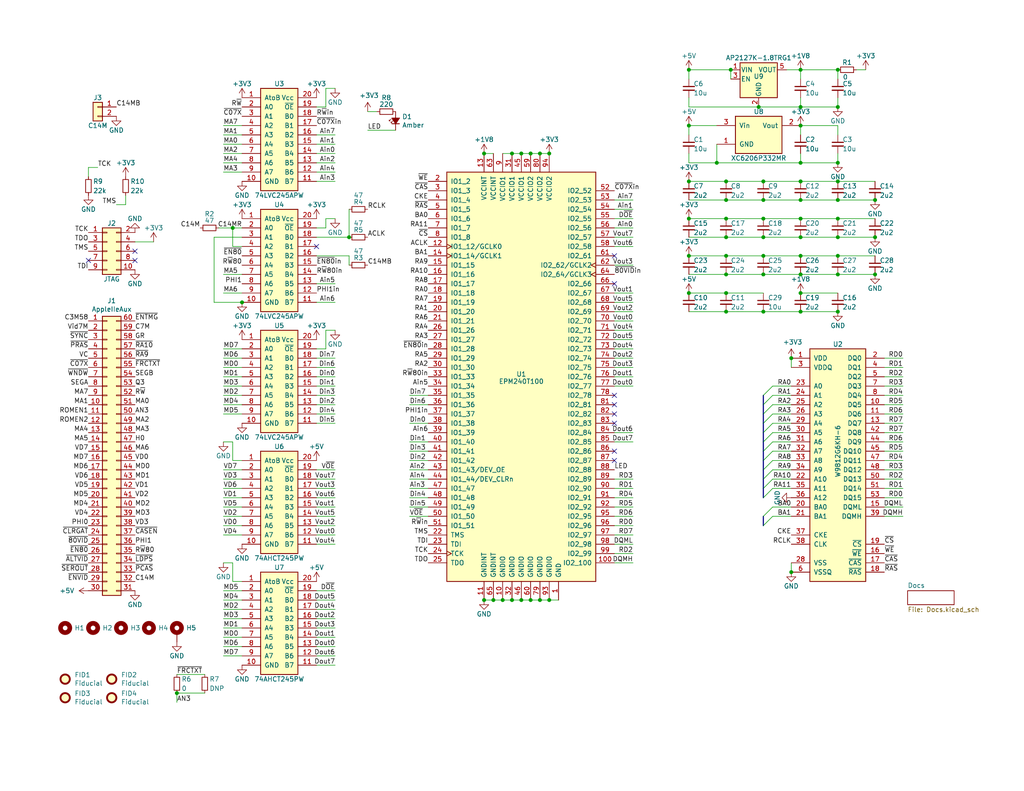
<source format=kicad_sch>
(kicad_sch (version 20230121) (generator eeschema)
  (paper "USLetter")
  (title_block (title "GW4203B (RAM2E II) - EPM240 / 5M240Z / AG256") (date "2023-10-21") (rev "2.1") (company "Garrett's Workshop"))
  (junction (at 228.6 54.61))
  (junction (at 208.28 59.69))
  (junction (at 208.28 85.09))
  (junction (at 198.12 80.01))
  (junction (at 95.25 64.77))
  (junction (at 218.44 19.05))
  (junction (at 187.96 49.53))
  (junction (at 228.6 64.77))
  (junction (at 218.44 85.09))
  (junction (at 198.12 74.93))
  (junction (at 218.44 80.01))
  (junction (at 208.28 69.85))
  (junction (at 208.28 64.77))
  (junction (at 228.6 74.93))
  (junction (at 238.76 64.77))
  (junction (at 198.12 69.85))
  (junction (at 198.12 49.53))
  (junction (at 198.12 54.61))
  (junction (at 147.32 163.83))
  (junction (at 215.9 97.79))
  (junction (at 142.24 163.83))
  (junction (at 199.39 19.05))
  (junction (at 139.7 163.83))
  (junction (at 218.44 29.21))
  (junction (at 147.32 41.91))
  (junction (at 218.44 44.45))
  (junction (at 208.28 74.93))
  (junction (at 187.96 80.01))
  (junction (at 218.44 49.53))
  (junction (at 207.01 29.21))
  (junction (at 149.86 41.91))
  (junction (at 198.12 85.09))
  (junction (at 187.96 59.69))
  (junction (at 139.7 41.91))
  (junction (at 142.24 41.91))
  (junction (at 48.26 189.23))
  (junction (at 228.6 44.45))
  (junction (at 238.76 74.93))
  (junction (at 215.9 156.21))
  (junction (at 132.08 163.83))
  (junction (at 134.62 163.83))
  (junction (at 198.12 64.77))
  (junction (at 137.16 163.83))
  (junction (at 195.58 44.45))
  (junction (at 218.44 59.69))
  (junction (at 208.28 49.53))
  (junction (at 228.6 59.69))
  (junction (at 228.6 85.09))
  (junction (at 187.96 69.85))
  (junction (at 218.44 54.61))
  (junction (at 144.78 163.83))
  (junction (at 149.86 163.83))
  (junction (at 66.04 82.55))
  (junction (at 144.78 41.91))
  (junction (at 218.44 74.93))
  (junction (at 218.44 34.29))
  (junction (at 63.5 62.23))
  (junction (at 132.08 41.91))
  (junction (at 187.96 19.05))
  (junction (at 208.28 54.61))
  (junction (at 228.6 69.85))
  (junction (at 198.12 59.69))
  (junction (at 218.44 64.77))
  (junction (at 228.6 19.05))
  (junction (at 228.6 49.53))
  (junction (at 228.6 29.21))
  (junction (at 238.76 54.61))
  (junction (at 187.96 34.29))
  (junction (at 218.44 69.85))
  (no_connect (at 86.36 67.31))
  (no_connect (at 167.64 123.19))
  (no_connect (at 167.64 69.85))
  (no_connect (at 167.64 77.47))
  (no_connect (at 24.13 71.12))
  (no_connect (at 167.64 115.57))
  (no_connect (at 36.83 71.12))
  (no_connect (at 167.64 107.95))
  (no_connect (at 167.64 110.49))
  (no_connect (at 167.64 125.73))
  (no_connect (at 36.83 68.58))
  (no_connect (at 167.64 113.03))
  (bus_entry (at 210.82 128.27) (size -2.54 2.54))
  (bus_entry (at 210.82 110.49) (size -2.54 2.54))
  (bus_entry (at 210.82 133.35) (size -2.54 2.54))
  (bus_entry (at 210.82 130.81) (size -2.54 2.54))
  (bus_entry (at 210.82 107.95) (size -2.54 2.54))
  (bus_entry (at 210.82 120.65) (size -2.54 2.54))
  (bus_entry (at 210.82 138.43) (size -2.54 2.54))
  (bus_entry (at 210.82 125.73) (size -2.54 2.54))
  (bus_entry (at 210.82 105.41) (size -2.54 2.54))
  (bus_entry (at 210.82 113.03) (size -2.54 2.54))
  (bus_entry (at 210.82 118.11) (size -2.54 2.54))
  (bus_entry (at 210.82 140.97) (size -2.54 2.54))
  (bus_entry (at 210.82 123.19) (size -2.54 2.54))
  (bus_entry (at 210.82 115.57) (size -2.54 2.54))
  (wire (pts (xy 91.44 44.45) (xy 86.36 44.45)))
  (wire (pts (xy 111.76 115.57) (xy 116.84 115.57)))
  (wire (pts (xy 91.44 36.83) (xy 86.36 36.83)))
  (wire (pts (xy 198.12 59.69) (xy 208.28 59.69)))
  (wire (pts (xy 60.96 140.97) (xy 66.04 140.97)))
  (wire (pts (xy 167.64 151.13) (xy 172.72 151.13)))
  (wire (pts (xy 187.96 49.53) (xy 198.12 49.53)))
  (wire (pts (xy 198.12 74.93) (xy 208.28 74.93)))
  (wire (pts (xy 172.72 135.89) (xy 167.64 135.89)))
  (wire (pts (xy 91.44 168.91) (xy 86.36 168.91)))
  (wire (pts (xy 95.25 57.15) (xy 95.25 64.77)))
  (wire (pts (xy 60.96 171.45) (xy 66.04 171.45)))
  (wire (pts (xy 172.72 82.55) (xy 167.64 82.55)))
  (wire (pts (xy 91.44 102.87) (xy 86.36 102.87)))
  (wire (pts (xy 66.04 158.75) (xy 63.5 158.75)))
  (wire (pts (xy 91.44 163.83) (xy 86.36 163.83)))
  (wire (pts (xy 88.9 59.69) (xy 88.9 62.23)))
  (wire (pts (xy 167.64 143.51) (xy 172.72 143.51)))
  (wire (pts (xy 187.96 29.21) (xy 207.01 29.21)))
  (wire (pts (xy 60.96 166.37) (xy 66.04 166.37)))
  (wire (pts (xy 60.96 176.53) (xy 66.04 176.53)))
  (wire (pts (xy 215.9 115.57) (xy 210.82 115.57)))
  (wire (pts (xy 246.38 118.11) (xy 241.3 118.11)))
  (wire (pts (xy 215.9 130.81) (xy 210.82 130.81)))
  (bus (pts (xy 208.28 128.27) (xy 208.28 130.81)))
  (wire (pts (xy 172.72 105.41) (xy 167.64 105.41)))
  (wire (pts (xy 91.44 97.79) (xy 86.36 97.79)))
  (wire (pts (xy 91.44 166.37) (xy 86.36 166.37)))
  (wire (pts (xy 187.96 74.93) (xy 198.12 74.93)))
  (wire (pts (xy 91.44 110.49) (xy 86.36 110.49)))
  (wire (pts (xy 60.96 107.95) (xy 66.04 107.95)))
  (wire (pts (xy 172.72 133.35) (xy 167.64 133.35)))
  (wire (pts (xy 228.6 85.09) (xy 218.44 85.09)))
  (wire (pts (xy 63.5 125.73) (xy 63.5 120.65)))
  (wire (pts (xy 187.96 44.45) (xy 195.58 44.45)))
  (wire (pts (xy 58.42 64.77) (xy 58.42 82.55)))
  (wire (pts (xy 218.44 29.21) (xy 218.44 26.67)))
  (wire (pts (xy 58.42 82.55) (xy 66.04 82.55)))
  (wire (pts (xy 24.13 48.26) (xy 24.13 45.72)))
  (wire (pts (xy 149.86 163.83) (xy 152.4 163.83)))
  (wire (pts (xy 218.44 74.93) (xy 228.6 74.93)))
  (wire (pts (xy 60.96 179.07) (xy 66.04 179.07)))
  (wire (pts (xy 215.9 107.95) (xy 210.82 107.95)))
  (wire (pts (xy 91.44 148.59) (xy 86.36 148.59)))
  (wire (pts (xy 246.38 128.27) (xy 241.3 128.27)))
  (wire (pts (xy 215.9 140.97) (xy 210.82 140.97)))
  (wire (pts (xy 111.76 128.27) (xy 116.84 128.27)))
  (wire (pts (xy 91.44 39.37) (xy 86.36 39.37)))
  (wire (pts (xy 86.36 161.29) (xy 91.44 161.29)))
  (wire (pts (xy 91.44 176.53) (xy 86.36 176.53)))
  (wire (pts (xy 172.72 90.17) (xy 167.64 90.17)))
  (wire (pts (xy 63.5 120.65) (xy 60.96 120.65)))
  (wire (pts (xy 144.78 163.83) (xy 142.24 163.83)))
  (wire (pts (xy 149.86 163.83) (xy 147.32 163.83)))
  (wire (pts (xy 116.84 140.97) (xy 111.76 140.97)))
  (wire (pts (xy 215.9 123.19) (xy 210.82 123.19)))
  (wire (pts (xy 60.96 168.91) (xy 66.04 168.91)))
  (wire (pts (xy 91.44 46.99) (xy 86.36 46.99)))
  (wire (pts (xy 228.6 49.53) (xy 238.76 49.53)))
  (wire (pts (xy 111.76 138.43) (xy 116.84 138.43)))
  (wire (pts (xy 208.28 49.53) (xy 218.44 49.53)))
  (wire (pts (xy 198.12 49.53) (xy 208.28 49.53)))
  (wire (pts (xy 100.33 30.48) (xy 102.87 30.48)))
  (wire (pts (xy 246.38 133.35) (xy 241.3 133.35)))
  (wire (pts (xy 228.6 74.93) (xy 238.76 74.93)))
  (wire (pts (xy 91.44 146.05) (xy 86.36 146.05)))
  (wire (pts (xy 55.88 189.23) (xy 48.26 189.23)))
  (wire (pts (xy 60.96 46.99) (xy 66.04 46.99)))
  (wire (pts (xy 88.9 59.69) (xy 91.44 59.69)))
  (wire (pts (xy 48.26 184.15) (xy 55.88 184.15)))
  (wire (pts (xy 86.36 69.85) (xy 95.25 69.85)))
  (wire (pts (xy 215.9 138.43) (xy 210.82 138.43)))
  (wire (pts (xy 91.44 138.43) (xy 86.36 138.43)))
  (wire (pts (xy 86.36 29.21) (xy 88.9 29.21)))
  (wire (pts (xy 60.96 44.45) (xy 66.04 44.45)))
  (bus (pts (xy 208.28 125.73) (xy 208.28 128.27)))
  (wire (pts (xy 60.96 135.89) (xy 66.04 135.89)))
  (wire (pts (xy 246.38 123.19) (xy 241.3 123.19)))
  (wire (pts (xy 60.96 130.81) (xy 66.04 130.81)))
  (wire (pts (xy 60.96 74.93) (xy 66.04 74.93)))
  (wire (pts (xy 63.5 62.23) (xy 63.5 67.31)))
  (wire (pts (xy 59.69 62.23) (xy 63.5 62.23)))
  (wire (pts (xy 60.96 105.41) (xy 66.04 105.41)))
  (wire (pts (xy 111.76 135.89) (xy 116.84 135.89)))
  (wire (pts (xy 91.44 133.35) (xy 86.36 133.35)))
  (wire (pts (xy 246.38 105.41) (xy 241.3 105.41)))
  (wire (pts (xy 215.9 156.21) (xy 215.9 153.67)))
  (wire (pts (xy 172.72 130.81) (xy 167.64 130.81)))
  (wire (pts (xy 147.32 41.91) (xy 144.78 41.91)))
  (wire (pts (xy 228.6 44.45) (xy 228.6 41.91)))
  (bus (pts (xy 208.28 133.35) (xy 208.28 135.89)))
  (wire (pts (xy 63.5 153.67) (xy 60.96 153.67)))
  (wire (pts (xy 246.38 107.95) (xy 241.3 107.95)))
  (wire (pts (xy 218.44 21.59) (xy 218.44 19.05)))
  (wire (pts (xy 187.96 29.21) (xy 187.96 26.67)))
  (wire (pts (xy 215.9 113.03) (xy 210.82 113.03)))
  (wire (pts (xy 246.38 102.87) (xy 241.3 102.87)))
  (wire (pts (xy 60.96 173.99) (xy 66.04 173.99)))
  (wire (pts (xy 132.08 41.91) (xy 134.62 41.91)))
  (wire (pts (xy 218.44 69.85) (xy 228.6 69.85)))
  (wire (pts (xy 91.44 135.89) (xy 86.36 135.89)))
  (wire (pts (xy 144.78 41.91) (xy 142.24 41.91)))
  (wire (pts (xy 195.58 44.45) (xy 195.58 39.37)))
  (wire (pts (xy 63.5 67.31) (xy 66.04 67.31)))
  (wire (pts (xy 228.6 34.29) (xy 218.44 34.29)))
  (bus (pts (xy 208.28 130.81) (xy 208.28 133.35)))
  (wire (pts (xy 187.96 19.05) (xy 187.96 21.59)))
  (bus (pts (xy 208.28 107.95) (xy 208.28 110.49)))
  (wire (pts (xy 172.72 120.65) (xy 167.64 120.65)))
  (wire (pts (xy 172.72 97.79) (xy 167.64 97.79)))
  (wire (pts (xy 86.36 128.27) (xy 91.44 128.27)))
  (wire (pts (xy 60.96 138.43) (xy 66.04 138.43)))
  (wire (pts (xy 111.76 123.19) (xy 116.84 123.19)))
  (wire (pts (xy 172.72 95.25) (xy 167.64 95.25)))
  (wire (pts (xy 172.72 85.09) (xy 167.64 85.09)))
  (wire (pts (xy 139.7 163.83) (xy 137.16 163.83)))
  (wire (pts (xy 187.96 34.29) (xy 195.58 34.29)))
  (bus (pts (xy 208.28 115.57) (xy 208.28 118.11)))
  (wire (pts (xy 111.76 130.81) (xy 116.84 130.81)))
  (wire (pts (xy 246.38 135.89) (xy 241.3 135.89)))
  (wire (pts (xy 91.44 173.99) (xy 86.36 173.99)))
  (wire (pts (xy 218.44 29.21) (xy 228.6 29.21)))
  (wire (pts (xy 147.32 163.83) (xy 144.78 163.83)))
  (wire (pts (xy 60.96 80.01) (xy 66.04 80.01)))
  (wire (pts (xy 215.9 128.27) (xy 210.82 128.27)))
  (wire (pts (xy 215.9 100.33) (xy 215.9 97.79)))
  (wire (pts (xy 228.6 36.83) (xy 228.6 34.29)))
  (wire (pts (xy 187.96 80.01) (xy 198.12 80.01)))
  (wire (pts (xy 228.6 64.77) (xy 238.76 64.77)))
  (wire (pts (xy 210.82 133.35) (xy 215.9 133.35)))
  (wire (pts (xy 91.44 179.07) (xy 86.36 179.07)))
  (wire (pts (xy 187.96 54.61) (xy 198.12 54.61)))
  (wire (pts (xy 88.9 90.17) (xy 91.44 90.17)))
  (wire (pts (xy 111.76 110.49) (xy 116.84 110.49)))
  (wire (pts (xy 246.38 100.33) (xy 241.3 100.33)))
  (wire (pts (xy 187.96 44.45) (xy 187.96 41.91)))
  (wire (pts (xy 111.76 107.95) (xy 116.84 107.95)))
  (wire (pts (xy 91.44 82.55) (xy 86.36 82.55)))
  (wire (pts (xy 48.26 189.23) (xy 48.26 191.77)))
  (wire (pts (xy 218.44 19.05) (xy 214.63 19.05)))
  (wire (pts (xy 187.96 69.85) (xy 198.12 69.85)))
  (wire (pts (xy 60.96 36.83) (xy 66.04 36.83)))
  (wire (pts (xy 172.72 100.33) (xy 167.64 100.33)))
  (wire (pts (xy 172.72 67.31) (xy 167.64 67.31)))
  (wire (pts (xy 60.96 161.29) (xy 66.04 161.29)))
  (wire (pts (xy 91.44 140.97) (xy 86.36 140.97)))
  (wire (pts (xy 88.9 24.13) (xy 91.44 24.13)))
  (wire (pts (xy 246.38 120.65) (xy 241.3 120.65)))
  (wire (pts (xy 218.44 44.45) (xy 218.44 41.91)))
  (wire (pts (xy 218.44 44.45) (xy 228.6 44.45)))
  (wire (pts (xy 246.38 130.81) (xy 241.3 130.81)))
  (wire (pts (xy 208.28 74.93) (xy 218.44 74.93)))
  (wire (pts (xy 172.72 102.87) (xy 167.64 102.87)))
  (wire (pts (xy 208.28 64.77) (xy 218.44 64.77)))
  (wire (pts (xy 88.9 95.25) (xy 88.9 90.17)))
  (wire (pts (xy 91.44 115.57) (xy 86.36 115.57)))
  (wire (pts (xy 60.96 41.91) (xy 66.04 41.91)))
  (wire (pts (xy 60.96 133.35) (xy 66.04 133.35)))
  (wire (pts (xy 218.44 59.69) (xy 228.6 59.69)))
  (wire (pts (xy 142.24 41.91) (xy 139.7 41.91)))
  (wire (pts (xy 228.6 59.69) (xy 238.76 59.69)))
  (wire (pts (xy 172.72 72.39) (xy 167.64 72.39)))
  (wire (pts (xy 198.12 85.09) (xy 187.96 85.09)))
  (wire (pts (xy 218.44 29.21) (xy 207.01 29.21)))
  (wire (pts (xy 60.96 128.27) (xy 66.04 128.27)))
  (wire (pts (xy 208.28 69.85) (xy 218.44 69.85)))
  (wire (pts (xy 91.44 77.47) (xy 86.36 77.47)))
  (wire (pts (xy 246.38 113.03) (xy 241.3 113.03)))
  (wire (pts (xy 172.72 54.61) (xy 167.64 54.61)))
  (wire (pts (xy 187.96 59.69) (xy 198.12 59.69)))
  (wire (pts (xy 218.44 80.01) (xy 228.6 80.01)))
  (wire (pts (xy 198.12 64.77) (xy 208.28 64.77)))
  (wire (pts (xy 91.44 130.81) (xy 86.36 130.81)))
  (wire (pts (xy 172.72 80.01) (xy 167.64 80.01)))
  (bus (pts (xy 208.28 140.97) (xy 208.28 143.51)))
  (wire (pts (xy 91.44 105.41) (xy 86.36 105.41)))
  (wire (pts (xy 198.12 85.09) (xy 208.28 85.09)))
  (wire (pts (xy 60.96 95.25) (xy 66.04 95.25)))
  (wire (pts (xy 139.7 41.91) (xy 137.16 41.91)))
  (wire (pts (xy 60.96 113.03) (xy 66.04 113.03)))
  (wire (pts (xy 172.72 87.63) (xy 167.64 87.63)))
  (wire (pts (xy 246.38 138.43) (xy 241.3 138.43)))
  (wire (pts (xy 215.9 110.49) (xy 210.82 110.49)))
  (wire (pts (xy 86.36 95.25) (xy 88.9 95.25)))
  (wire (pts (xy 60.96 143.51) (xy 66.04 143.51)))
  (wire (pts (xy 198.12 80.01) (xy 208.28 80.01)))
  (wire (pts (xy 60.96 110.49) (xy 66.04 110.49)))
  (wire (pts (xy 66.04 64.77) (xy 58.42 64.77)))
  (wire (pts (xy 236.22 19.05) (xy 233.68 19.05)))
  (wire (pts (xy 172.72 118.11) (xy 167.64 118.11)))
  (wire (pts (xy 91.44 143.51) (xy 86.36 143.51)))
  (wire (pts (xy 198.12 54.61) (xy 208.28 54.61)))
  (wire (pts (xy 228.6 19.05) (xy 218.44 19.05)))
  (wire (pts (xy 246.38 140.97) (xy 241.3 140.97)))
  (wire (pts (xy 167.64 140.97) (xy 172.72 140.97)))
  (wire (pts (xy 218.44 36.83) (xy 218.44 34.29)))
  (wire (pts (xy 60.96 163.83) (xy 66.04 163.83)))
  (wire (pts (xy 228.6 29.21) (xy 228.6 26.67)))
  (wire (pts (xy 66.04 125.73) (xy 63.5 125.73)))
  (wire (pts (xy 215.9 120.65) (xy 210.82 120.65)))
  (wire (pts (xy 218.44 44.45) (xy 195.58 44.45)))
  (wire (pts (xy 246.38 115.57) (xy 241.3 115.57)))
  (wire (pts (xy 215.9 118.11) (xy 210.82 118.11)))
  (wire (pts (xy 111.76 125.73) (xy 116.84 125.73)))
  (wire (pts (xy 167.64 148.59) (xy 172.72 148.59)))
  (wire (pts (xy 246.38 110.49) (xy 241.3 110.49)))
  (wire (pts (xy 91.44 100.33) (xy 86.36 100.33)))
  (wire (pts (xy 111.76 120.65) (xy 116.84 120.65)))
  (wire (pts (xy 107.95 35.56) (xy 100.33 35.56)))
  (wire (pts (xy 172.72 92.71) (xy 167.64 92.71)))
  (wire (pts (xy 172.72 64.77) (xy 167.64 64.77)))
  (wire (pts (xy 66.04 62.23) (xy 63.5 62.23)))
  (wire (pts (xy 208.28 54.61) (xy 218.44 54.61)))
  (wire (pts (xy 41.91 66.04) (xy 36.83 66.04)))
  (wire (pts (xy 215.9 105.41) (xy 210.82 105.41)))
  (wire (pts (xy 91.44 41.91) (xy 86.36 41.91)))
  (bus (pts (xy 208.28 118.11) (xy 208.28 120.65)))
  (bus (pts (xy 208.28 110.49) (xy 208.28 113.03)))
  (wire (pts (xy 187.96 64.77) (xy 198.12 64.77)))
  (wire (pts (xy 228.6 21.59) (xy 228.6 19.05)))
  (wire (pts (xy 60.96 102.87) (xy 66.04 102.87)))
  (wire (pts (xy 86.36 62.23) (xy 88.9 62.23)))
  (wire (pts (xy 91.44 107.95) (xy 86.36 107.95)))
  (wire (pts (xy 228.6 54.61) (xy 238.76 54.61)))
  (wire (pts (xy 60.96 39.37) (xy 66.04 39.37)))
  (bus (pts (xy 208.28 120.65) (xy 208.28 123.19)))
  (wire (pts (xy 172.72 57.15) (xy 167.64 57.15)))
  (wire (pts (xy 91.44 171.45) (xy 86.36 171.45)))
  (wire (pts (xy 60.96 146.05) (xy 66.04 146.05)))
  (wire (pts (xy 215.9 125.73) (xy 210.82 125.73)))
  (wire (pts (xy 60.96 100.33) (xy 66.04 100.33)))
  (wire (pts (xy 91.44 181.61) (xy 86.36 181.61)))
  (wire (pts (xy 218.44 54.61) (xy 228.6 54.61)))
  (wire (pts (xy 142.24 163.83) (xy 139.7 163.83)))
  (wire (pts (xy 218.44 49.53) (xy 228.6 49.53)))
  (wire (pts (xy 111.76 133.35) (xy 116.84 133.35)))
  (wire (pts (xy 246.38 97.79) (xy 241.3 97.79)))
  (wire (pts (xy 187.96 19.05) (xy 199.39 19.05)))
  (wire (pts (xy 198.12 69.85) (xy 208.28 69.85)))
  (wire (pts (xy 34.29 55.88) (xy 34.29 53.34)))
  (wire (pts (xy 172.72 62.23) (xy 167.64 62.23)))
  (wire (pts (xy 167.64 153.67) (xy 172.72 153.67)))
  (wire (pts (xy 88.9 24.13) (xy 88.9 29.21)))
  (wire (pts (xy 167.64 59.69) (xy 172.72 59.69)))
  (bus (pts (xy 208.28 123.19) (xy 208.28 125.73)))
  (wire (pts (xy 24.13 45.72) (xy 26.67 45.72)))
  (wire (pts (xy 228.6 69.85) (xy 238.76 69.85)))
  (wire (pts (xy 95.25 69.85) (xy 95.25 72.39)))
  (wire (pts (xy 149.86 41.91) (xy 147.32 41.91)))
  (wire (pts (xy 208.28 85.09) (xy 218.44 85.09)))
  (wire (pts (xy 172.72 138.43) (xy 167.64 138.43)))
  (wire (pts (xy 60.96 34.29) (xy 66.04 34.29)))
  (wire (pts (xy 199.39 19.05) (xy 199.39 21.59)))
  (wire (pts (xy 167.64 146.05) (xy 172.72 146.05)))
  (wire (pts (xy 91.44 49.53) (xy 86.36 49.53)))
  (wire (pts (xy 91.44 113.03) (xy 86.36 113.03)))
  (wire (pts (xy 134.62 163.83) (xy 132.08 163.83)))
  (wire (pts (xy 137.16 163.83) (xy 134.62 163.83)))
  (bus (pts (xy 208.28 113.03) (xy 208.28 115.57)))
  (wire (pts (xy 208.28 59.69) (xy 218.44 59.69)))
  (wire (pts (xy 187.96 34.29) (xy 187.96 36.83)))
  (wire (pts (xy 31.75 55.88) (xy 34.29 55.88)))
  (wire (pts (xy 60.96 97.79) (xy 66.04 97.79)))
  (wire (pts (xy 246.38 125.73) (xy 241.3 125.73)))
  (wire (pts (xy 86.36 64.77) (xy 95.25 64.77)))
  (wire (pts (xy 63.5 158.75) (xy 63.5 153.67)))
  (wire (pts (xy 218.44 64.77) (xy 228.6 64.77)))
  (label "R~{W}80" (at 36.83 151.13 0))
  (label "~{CS}" (at 116.84 64.77 180))
  (label "MD2" (at 36.83 138.43 0))
  (label "~{PCAS}" (at 36.83 156.21 0))
  (label "ROMEN1" (at 24.13 113.03 180))
  (label "Din1" (at 111.76 120.65 0))
  (label "~{CASEN}" (at 36.83 146.05 0))
  (label "R~{W}in" (at 116.84 143.51 180))
  (label "TCK" (at 26.67 45.72 0))
  (label "D~{OE}" (at 91.44 161.29 180))
  (label "VD1" (at 36.83 133.35 0))
  (label "RD1" (at 246.38 133.35 180))
  (label "~{ENTMG}" (at 36.83 87.63 0))
  (label "VD6" (at 60.96 133.35 0))
  (label "Din0" (at 91.44 102.87 180))
  (label "RA6" (at 215.9 120.65 180))
  (label "PHI1" (at 36.83 148.59 0))
  (label "MA2" (at 36.83 115.57 0))
  (label "Din7" (at 111.76 107.95 0))
  (label "DQMH" (at 246.38 140.97 180))
  (label "~{CAS}" (at 241.3 153.67 0))
  (label "RA11" (at 116.84 62.23 180))
  (label "MD7" (at 60.96 95.25 0))
  (label "VD2" (at 36.83 135.89 0))
  (label "Dout5" (at 172.72 92.71 180))
  (label "~{EN80}in" (at 116.84 95.25 180))
  (label "BA0" (at 116.84 59.69 180))
  (label "TDI" (at 116.84 148.59 180))
  (label "R~{W}" (at 66.04 29.21 180))
  (label "RD1" (at 172.72 133.35 180))
  (label "MD6" (at 60.96 176.53 0))
  (label "RD7" (at 246.38 115.57 180))
  (label "RA2" (at 215.9 110.49 180))
  (label "SEGA" (at 24.13 105.41 180))
  (label "MD0" (at 60.96 100.33 0))
  (label "Ain7" (at 172.72 54.61 180))
  (label "MA7" (at 24.13 107.95 180))
  (label "GR" (at 36.83 92.71 0))
  (label "Vout5" (at 91.44 140.97 180))
  (label "Vout2" (at 91.44 143.51 180))
  (label "RA3" (at 116.84 92.71 180))
  (label "Ain6" (at 116.84 118.11 180))
  (label "CKE" (at 116.84 54.61 180))
  (label "Din4" (at 111.76 135.89 0))
  (label "MD5" (at 60.96 113.03 0))
  (label "Din5" (at 91.44 115.57 180))
  (label "TDO" (at 24.13 66.04 180))
  (label "Din6" (at 111.76 110.49 0))
  (label "PHI0" (at 24.13 143.51 180))
  (label "Din2" (at 111.76 125.73 0))
  (label "Din3" (at 91.44 107.95 180))
  (label "MD4" (at 60.96 163.83 0))
  (label "VD6" (at 24.13 130.81 180))
  (label "R~{W}in" (at 86.36 31.75 0))
  (label "RD2" (at 172.72 151.13 180))
  (label "TDO" (at 116.84 153.67 180))
  (label "V~{OE}" (at 111.76 140.97 0))
  (label "RD6" (at 172.72 140.97 180))
  (label "Vout4" (at 172.72 90.17 180))
  (label "VD3" (at 36.83 143.51 0))
  (label "RA4" (at 116.84 90.17 180))
  (label "RA9" (at 116.84 72.39 180))
  (label "RD0" (at 172.72 143.51 180))
  (label "C14MB" (at 31.75 29.21 0))
  (label "VD0" (at 36.83 125.73 0))
  (label "MD2" (at 60.96 107.95 0))
  (label "MA1" (at 24.13 110.49 180))
  (label "Dout3" (at 172.72 100.33 180))
  (label "MA7" (at 60.96 34.29 0))
  (label "~{LDPS}" (at 36.83 153.67 0))
  (label "~{RA10}" (at 36.83 95.25 0))
  (label "RD2" (at 246.38 130.81 180))
  (label "Q3" (at 36.83 105.41 0))
  (label "MD3" (at 60.96 105.41 0))
  (label "RA11" (at 215.9 133.35 180))
  (label "V~{OE}" (at 91.44 128.27 180))
  (label "RD5" (at 246.38 110.49 180))
  (label "TMS" (at 24.13 68.58 180))
  (label "TDI" (at 24.13 73.66 180))
  (label "~{CS}" (at 241.3 148.59 0))
  (label "VD3" (at 60.96 130.81 0))
  (label "MD3" (at 36.83 140.97 0))
  (label "~{FRCTXT}" (at 48.26 184.15 0))
  (label "R~{W}80in" (at 86.36 74.93 0))
  (label "RA4" (at 215.9 115.57 180))
  (label "R~{W}80in" (at 116.84 102.87 180))
  (label "MD0" (at 60.96 173.99 0))
  (label "MA3" (at 60.96 46.99 0))
  (label "LED" (at 167.64 128.27 0))
  (label "C14MB" (at 100.33 72.39 0))
  (label "Dout5" (at 91.44 163.83 180))
  (label "Dout2" (at 172.72 97.79 180))
  (label "~{CLRGAT}" (at 24.13 146.05 180))
  (label "MD5" (at 24.13 135.89 180))
  (label "RA5" (at 215.9 118.11 180))
  (label "RA10" (at 215.9 130.81 180))
  (label "TMS" (at 116.84 146.05 180))
  (label "MA6" (at 60.96 80.01 0))
  (label "C7M" (at 36.83 90.17 0))
  (label "RA1" (at 116.84 85.09 180))
  (label "~{SYNC}" (at 24.13 92.71 180))
  (label "Dout3" (at 91.44 171.45 180))
  (label "Din4" (at 91.44 113.03 180))
  (label "Din3" (at 111.76 123.19 0))
  (label "MD1" (at 60.96 102.87 0))
  (label "R~{W}" (at 36.83 107.95 0))
  (label "MD0" (at 36.83 128.27 0))
  (label "Ain1" (at 91.44 39.37 180))
  (label "MA2" (at 60.96 41.91 0))
  (label "Din1" (at 91.44 105.41 180))
  (label "Dout7" (at 172.72 120.65 180))
  (label "BA1" (at 215.9 140.97 180))
  (label "RA0" (at 116.84 80.01 180))
  (label "RA3" (at 215.9 113.03 180))
  (label "RD4" (at 172.72 135.89 180))
  (label "AN3" (at 48.26 191.77 0))
  (label "~{CAS}" (at 116.84 52.07 180))
  (label "Vout4" (at 91.44 148.59 180))
  (label "TCK" (at 116.84 151.13 180))
  (label "Vout1" (at 91.44 138.43 180))
  (label "MD1" (at 60.96 171.45 0))
  (label "C14MR" (at 66.04 62.23 180))
  (label "PHI1in" (at 86.36 80.01 0))
  (label "RD3" (at 246.38 128.27 180))
  (label "AN3" (at 36.83 113.03 0))
  (label "RA6" (at 116.84 87.63 180))
  (label "RD7" (at 172.72 146.05 180))
  (label "~{RAS}" (at 241.3 156.21 0))
  (label "Din5" (at 111.76 138.43 0))
  (label "VD2" (at 60.96 140.97 0))
  (label "MD4" (at 60.96 110.49 0))
  (label "~{EN80}in" (at 86.36 72.39 0))
  (label "Dout1" (at 172.72 102.87 180))
  (label "MD7" (at 24.13 125.73 180))
  (label "VC" (at 24.13 97.79 180))
  (label "Vout5" (at 172.72 82.55 180))
  (label "Ain2" (at 91.44 44.45 180))
  (label "MD5" (at 60.96 161.29 0))
  (label "~{C07X}" (at 66.04 31.75 180))
  (label "RA7" (at 116.84 82.55 180))
  (label "Ain5" (at 116.84 105.41 180))
  (label "ACLK" (at 100.33 64.77 0))
  (label "Dout2" (at 91.44 168.91 180))
  (label "Vout3" (at 172.72 72.39 180))
  (label "Dout1" (at 91.44 173.99 180))
  (label "RD0" (at 246.38 135.89 180))
  (label "RD0" (at 246.38 97.79 180))
  (label "Vout6" (at 172.72 67.31 180))
  (label "Ain4" (at 111.76 130.81 0))
  (label "RD3" (at 246.38 105.41 180))
  (label "RA8" (at 116.84 77.47 180))
  (label "RA1" (at 215.9 107.95 180))
  (label "Din2" (at 91.44 110.49 180))
  (label "TCK" (at 24.13 63.5 180))
  (label "MA4" (at 60.96 44.45 0))
  (label "Ain5" (at 91.44 77.47 180))
  (label "Ain3" (at 91.44 49.53 180))
  (label "VD5" (at 60.96 138.43 0))
  (label "MA0" (at 60.96 39.37 0))
  (label "RCLK" (at 100.33 57.15 0))
  (label "RD5" (at 172.72 138.43 180))
  (label "RD6" (at 246.38 120.65 180))
  (label "MD6" (at 24.13 128.27 180))
  (label "~{ALTVID}" (at 24.13 153.67 180))
  (label "RA8" (at 215.9 125.73 180))
  (label "DQMH" (at 172.72 153.67 180))
  (label "MD1" (at 36.83 130.81 0))
  (label "Dout6" (at 91.44 179.07 180))
  (label "~{EN80}" (at 66.04 69.85 180))
  (label "~{PRAS}" (at 24.13 95.25 180))
  (label "Ain2" (at 111.76 128.27 0))
  (label "Ain3" (at 111.76 133.35 0))
  (label "LED" (at 100.33 35.56 0))
  (label "Vid7M" (at 24.13 90.17 180))
  (label "Dout0" (at 172.72 105.41 180))
  (label "RD3" (at 172.72 130.81 180))
  (label "VD7" (at 24.13 123.19 180))
  (label "Din7" (at 91.44 97.79 180))
  (label "C3M58" (at 24.13 87.63 180))
  (label "~{C07X}" (at 24.13 100.33 180))
  (label "MA4" (at 24.13 118.11 180))
  (label "R~{W}80" (at 66.04 72.39 180))
  (label "Ain0" (at 172.72 62.23 180))
  (label "RCLK" (at 215.9 148.59 180))
  (label "Ain4" (at 91.44 46.99 180))
  (label "~{WE}" (at 241.3 151.13 0))
  (label "RD6" (at 246.38 113.03 180))
  (label "VD4" (at 60.96 146.05 0))
  (label "RA0" (at 215.9 105.41 180))
  (label "RD1" (at 246.38 100.33 180))
  (label "RA2" (at 116.84 100.33 180))
  (label "Vout2" (at 172.72 85.09 180))
  (label "RD2" (at 246.38 102.87 180))
  (label "TMS" (at 31.75 55.88 180))
  (label "~{RAS}" (at 116.84 57.15 180))
  (label "MA5" (at 24.13 120.65 180))
  (label "~{ENVID}" (at 24.13 158.75 180))
  (label "RA7" (at 215.9 123.19 180))
  (label "Ain0" (at 91.44 41.91 180))
  (label "Vout7" (at 172.72 64.77 180))
  (label "ACLK" (at 116.84 67.31 180))
  (label "ROMEN2" (at 24.13 115.57 180))
  (label "Dout0" (at 91.44 176.53 180))
  (label "MD6" (at 60.96 97.79 0))
  (label "VD4" (at 24.13 140.97 180))
  (label "Vout0" (at 172.72 87.63 180))
  (label "Ain6" (at 91.44 82.55 180))
  (label "~{C07X}in" (at 86.36 34.29 0))
  (label "VD7" (at 60.96 128.27 0))
  (label "BA0" (at 215.9 138.43 180))
  (label "C14M" (at 36.83 158.75 0))
  (label "Dout7" (at 91.44 181.61 180))
  (label "VD5" (at 24.13 133.35 180))
  (label "MA6" (at 36.83 123.19 0))
  (label "Ain7" (at 91.44 36.83 180))
  (label "~{FRCTXT}" (at 36.83 100.33 0))
  (label "Din6" (at 91.44 100.33 180))
  (label "RD4" (at 246.38 107.95 180))
  (label "~{EN80}" (at 24.13 151.13 180))
  (label "D~{OE}" (at 172.72 59.69 180))
  (label "MA0" (at 36.83 110.49 0))
  (label "MD7" (at 60.96 179.07 0))
  (label "MA5" (at 60.96 74.93 0))
  (label "DQML" (at 246.38 138.43 180))
  (label "C14M" (at 54.61 62.23 180))
  (label "~{RA9}" (at 36.83 97.79 0))
  (label "SEGB" (at 36.83 102.87 0))
  (label "Vout0" (at 91.44 146.05 180))
  (label "RA9" (at 215.9 128.27 180))
  (label "Vout3" (at 91.44 133.35 180))
  (label "~{WE}" (at 116.84 49.53 180))
  (label "MA1" (at 60.96 36.83 0))
  (label "RD4" (at 246.38 125.73 180))
  (label "Din0" (at 111.76 115.57 0))
  (label "Vout7" (at 91.44 130.81 180))
  (label "~{C07X}in" (at 167.64 52.07 0))
  (label "DQML" (at 172.72 148.59 180))
  (label "~{80VID}" (at 24.13 148.59 180))
  (label "Vout6" (at 91.44 135.89 180))
  (label "RA5" (at 116.84 97.79 180))
  (label "~{80VID}in" (at 167.64 74.93 0))
  (label "Dout4" (at 172.72 95.25 180))
  (label "VD1" (at 60.96 135.89 0))
  (label "BA1" (at 116.84 69.85 180))
  (label "CKE" (at 215.9 146.05 180))
  (label "Dout4" (at 91.44 166.37 180))
  (label "PHI1in" (at 116.84 113.03 180))
  (label "MD3" (at 60.96 168.91 0))
  (label "PHI1" (at 66.04 77.47 180))
  (label "RA10" (at 116.84 74.93 180))
  (label "~{SEROUT}" (at 24.13 156.21 180))
  (label "MD2" (at 60.96 166.37 0))
  (label "Dout6" (at 172.72 118.11 180))
  (label "~{WNDW}" (at 24.13 102.87 180))
  (label "Vout1" (at 172.72 80.01 180))
  (label "MD4" (at 24.13 138.43 180))
  (label "RD5" (at 246.38 123.19 180))
  (label "H0" (at 36.83 120.65 0))
  (label "VD0" (at 60.96 143.51 0))
  (label "MA3" (at 36.83 118.11 0))
  (label "Ain1" (at 172.72 57.15 180))
  (label "RD7" (at 246.38 118.11 180))
  (symbol (lib_id "Device:C_Small") (at 218.44 24.13 0) (unit 1)
    (property "Reference" "C4" (at 219.71 22.86 0) (effects (justify left)))
    (property "Value" "10u" (at 219.71 25.4 0) (effects (justify left)))
    (property "Footprint" "stdpads:C_0805" (effects hide))
    (property "LCSC Part" "C15850" (effects hide))
    (property "Mfg. Part Numbers" "Samsung CL21A106KAYNNNE" (effects hide))
    (property "Notes" "10V or higher. Any manufacturer's part is acceptable but Samsung, Murata, Yageo preferred." (effects hide))
  )
  (symbol (lib_id "Device:C_Small") (at 228.6 24.13 0) (unit 1)
    (property "Reference" "C5" (at 229.87 22.86 0) (effects (justify left)))
    (property "Value" "10u" (at 229.87 25.4 0) (effects (justify left)))
    (property "Footprint" "stdpads:C_0805" (effects hide))
    (property "LCSC Part" "C15850" (effects hide))
    (property "Mfg. Part Numbers" "Samsung CL21A106KAYNNNE" (effects hide))
    (property "Notes" "10V or higher. Any manufacturer's part is acceptable but Samsung, Murata, Yageo preferred." (effects hide))
  )
  (symbol (lib_id "Mechanical:Fiducial") (at 17.78 185.42 0) (unit 1)
    (property "Reference" "FID1" (at 20.32 184.2516 0) (effects (justify left)))
    (property "Value" "Fiducial" (at 20.32 186.563 0) (effects (justify left)))
    (property "Footprint" "stdpads:Fiducial" (effects hide))
    (property "Notes" "DNP - SMT vision system fiducial" (effects hide))
  )
  (symbol (lib_id "Mechanical:Fiducial") (at 30.48 185.42 0) (unit 1)
    (property "Reference" "FID2" (at 33.02 184.2516 0) (effects (justify left)))
    (property "Value" "Fiducial" (at 33.02 186.563 0) (effects (justify left)))
    (property "Footprint" "stdpads:Fiducial" (effects hide))
    (property "Notes" "DNP - SMT vision system fiducial" (effects hide))
  )
  (symbol (lib_id "Mechanical:Fiducial") (at 17.78 190.5 0) (unit 1)
    (property "Reference" "FID3" (at 20.32 189.3316 0) (effects (justify left)))
    (property "Value" "Fiducial" (at 20.32 191.643 0) (effects (justify left)))
    (property "Footprint" "stdpads:Fiducial" (effects hide))
    (property "Notes" "DNP - SMT vision system fiducial" (effects hide))
  )
  (symbol (lib_id "Mechanical:Fiducial") (at 30.48 190.5 0) (unit 1)
    (property "Reference" "FID4" (at 33.02 189.3316 0) (effects (justify left)))
    (property "Value" "Fiducial" (at 33.02 191.643 0) (effects (justify left)))
    (property "Footprint" "stdpads:Fiducial" (effects hide))
    (property "Notes" "DNP - SMT vision system fiducial" (effects hide))
  )
  (symbol (lib_id "Mechanical:MountingHole") (at 17.78 171.45 0) (unit 1)
    (property "Reference" "H1" (at 20.32 171.45 0) (effects (justify left)))
    (property "Value" " " (at 20.32 172.466 0) (effects (justify left)))
    (property "Footprint" "stdpads:PasteHole_1.152mm_NPTH" (effects hide))
    (property "Notes" "DNP - mounting hole for solder paste printing" (effects hide))
  )
  (symbol (lib_id "Mechanical:MountingHole") (at 25.4 171.45 0) (unit 1)
    (property "Reference" "H2" (at 27.94 171.45 0) (effects (justify left)))
    (property "Value" " " (at 27.94 172.466 0) (effects (justify left)))
    (property "Footprint" "stdpads:PasteHole_1.152mm_NPTH" (effects hide))
    (property "Notes" "DNP - mounting hole for solder paste printing" (effects hide))
  )
  (symbol (lib_id "Mechanical:MountingHole") (at 33.02 171.45 0) (unit 1)
    (property "Reference" "H3" (at 35.56 171.45 0) (effects (justify left)))
    (property "Value" " " (at 35.56 172.466 0) (effects (justify left)))
    (property "Footprint" "stdpads:PasteHole_1.152mm_NPTH" (effects hide))
    (property "Notes" "DNP - mounting hole for solder paste printing" (effects hide))
  )
  (symbol (lib_id "Mechanical:MountingHole") (at 40.64 171.45 0) (unit 1)
    (property "Reference" "H4" (at 43.18 171.45 0) (effects (justify left)))
    (property "Value" " " (at 43.18 172.466 0) (effects (justify left)))
    (property "Footprint" "stdpads:PasteHole_1.152mm_NPTH" (effects hide))
    (property "Notes" "DNP - mounting hole for solder paste printing" (effects hide))
  )
  (symbol (lib_id "Connector_Generic:Conn_02x30_Counter_Clockwise") (at 29.21 123.19 0) (unit 1)
    (property "Reference" "J1" (at 30.48 82.1182 0))
    (property "Value" "AppleIIeAux" (at 30.48 84.4296 0))
    (property "Footprint" "stdpads:AppleIIeAux_Edge" (effects hide))
    (property "Notes" "DNP - edge connector" (effects hide))
  )
  (symbol (lib_id "power:+5V") (at 24.13 161.29 90) (unit 1)
    (property "Reference" "#PWR0106" (effects hide))
    (property "Value" "+5V" (at 20.32 161.29 90) (effects (justify left)))
  )
  (symbol (lib_id "power:GND") (at 36.83 161.29 0) (unit 1)
    (property "Reference" "#PWR0107" (effects hide))
    (property "Value" "GND" (at 36.83 165.1 0))
  )
  (symbol (lib_id "Device:C_Small") (at 187.96 39.37 0) (unit 1)
    (property "Reference" "C1" (at 189.23 38.1 0) (effects (justify left)))
    (property "Value" "10u" (at 189.23 40.64 0) (effects (justify left)))
    (property "Footprint" "stdpads:C_0805" (effects hide))
    (property "LCSC Part" "C15850" (effects hide))
    (property "Mfg. Part Numbers" "Samsung CL21A106KAYNNNE" (effects hide))
    (property "Notes" "10V or higher. Any manufacturer's part is acceptable but Samsung, Murata, Yageo preferred." (effects hide))
  )
  (symbol (lib_id "Device:C_Small") (at 228.6 39.37 0) (unit 1)
    (property "Reference" "C3" (at 229.87 38.1 0) (effects (justify left)))
    (property "Value" "10u" (at 229.87 40.64 0) (effects (justify left)))
    (property "Footprint" "stdpads:C_0805" (effects hide))
    (property "LCSC Part" "C15850" (effects hide))
    (property "Mfg. Part Numbers" "Samsung CL21A106KAYNNNE" (effects hide))
    (property "Notes" "10V or higher. Any manufacturer's part is acceptable but Samsung, Murata, Yageo preferred." (effects hide))
  )
  (symbol (lib_id "GW_RAM:SDRAM-16Mx16-TSOP2-54") (at 228.6 123.19 0) (unit 1)
    (property "Reference" "U2" (at 228.6 93.98 0))
    (property "Value" "W9812G6KH-6" (at 228.6 123.19 90))
    (property "Footprint" "stdpads:TSOP-II-54_22.2x10.16mm_P0.8mm" (effects hide))
    (property "LCSC Part" "C62379" (effects hide))
    (property "Mfg. Part Numbers" "Winbond W9812G6KH-6, Winbond W9812G6KH-6I, Winbond W9825G6KH-6, Winbond W9825G6KH-6I, ISSI IS42S16160J-6TL, ISSI IS42S16160J-6TLI, Micron MT48LC16M16A2P-6A :G, Micron MT48LC16M16A2P-6A IT:G" (effects hide))
    (property "Notes" "Most 166 MHz 128/256 Mbit x16 SDRAM is acceptable." (effects hide))
  )
  (symbol (lib_id "GW_Logic:74245") (at 76.2 38.1 0) (unit 1)
    (property "Reference" "U3" (at 76.2 22.86 0))
    (property "Value" "74LVC245APW" (at 76.2 53.34 0))
    (property "Footprint" "stdpads:TSSOP-20_4.4x6.5mm_P0.65mm" (effects hide))
    (property "LCSC Part" "C6082" (effects hide))
    (property "Mfg. Part Numbers" "NXP 74LVC245APW, TI SN74LVC245APW, NXP 74AHC245PW, NXP 74AHC245APW, TI SN74AHC245PW" (effects hide))
    (property "Notes" "Most 74LVC245 or 74AHC245 in TSSOP-20 package is acceptable." (effects hide))
  )
  (symbol (lib_id "GW_Logic:74245") (at 76.2 104.14 0) (unit 1)
    (property "Reference" "U5" (at 76.2 88.9 0))
    (property "Value" "74LVC245APW" (at 76.2 119.38 0))
    (property "Footprint" "stdpads:TSSOP-20_4.4x6.5mm_P0.65mm" (effects hide))
    (property "LCSC Part" "C6082" (effects hide))
    (property "Mfg. Part Numbers" "NXP 74LVC245APW, TI SN74LVC245APW, NXP 74AHC245PW, NXP 74AHC245APW, TI SN74AHC245PW" (effects hide))
    (property "Notes" "Most 74LVC245 or 74AHC245 in TSSOP-20 package is acceptable." (effects hide))
  )
  (symbol (lib_id "GW_Logic:74245") (at 76.2 170.18 0) (unit 1)
    (property "Reference" "U7" (at 76.2 154.94 0))
    (property "Value" "74AHCT245PW" (at 76.2 185.42 0))
    (property "Footprint" "stdpads:TSSOP-20_4.4x6.5mm_P0.65mm" (effects hide))
    (property "LCSC Part" "C173388" (effects hide))
    (property "Mfg. Part Numbers" "NXP 74AHCT245PW, NXP 74AHCT245APW, TI SN74AHCT245PW" (effects hide))
    (property "Notes" "Most 74AHCT245 in TSSOP-20 package is acceptable." (effects hide))
  )
  (symbol (lib_id "Device:R_Small") (at 55.88 186.69 0) (mirror y) (unit 1)
    (property "Reference" "R7" (at 57.15 185.42 0) (effects (justify right)))
    (property "Value" "DNP" (at 57.15 187.96 0) (effects (justify right)))
    (property "Footprint" "stdpads:R_0805" (effects hide))
  )
  (symbol (lib_id "power:GND") (at 66.04 49.53 0) (unit 1)
    (property "Reference" "#PWR0101" (effects hide))
    (property "Value" "GND" (at 66.04 53.34 0))
  )
  (symbol (lib_id "power:GND") (at 66.04 115.57 0) (unit 1)
    (property "Reference" "#PWR0123" (effects hide))
    (property "Value" "GND" (at 66.04 119.38 0))
  )
  (symbol (lib_id "power:GND") (at 66.04 181.61 0) (unit 1)
    (property "Reference" "#PWR0122" (effects hide))
    (property "Value" "GND" (at 66.04 185.42 0))
  )
  (symbol (lib_id "power:+5V") (at 86.36 158.75 0) (unit 1)
    (property "Reference" "#PWR0121" (effects hide))
    (property "Value" "+5V" (at 86.36 154.94 0))
  )
  (symbol (lib_id "power:+3V3") (at 86.36 92.71 0) (unit 1)
    (property "Reference" "#PWR0120" (effects hide))
    (property "Value" "+3V3" (at 86.36 88.9 0))
  )
  (symbol (lib_id "power:+3V3") (at 86.36 26.67 0) (unit 1)
    (property "Reference" "#PWR0102" (effects hide))
    (property "Value" "+3V3" (at 86.36 22.86 0))
  )
  (symbol (lib_id "power:GND") (at 91.44 90.17 0) (unit 1)
    (property "Reference" "#PWR0119" (effects hide))
    (property "Value" "GND" (at 91.44 93.98 0))
  )
  (symbol (lib_id "power:GND") (at 91.44 24.13 0) (unit 1)
    (property "Reference" "#PWR0104" (effects hide))
    (property "Value" "GND" (at 91.44 27.94 0))
  )
  (symbol (lib_id "Device:R_Small") (at 24.13 50.8 0) (mirror y) (unit 1)
    (property "Reference" "R9" (at 25.4 49.53 0) (effects (justify right)))
    (property "Value" "22k" (at 25.4 52.07 0) (effects (justify right)))
    (property "Footprint" "stdpads:R_0805" (effects hide))
    (property "LCSC Part" "C17560" (effects hide))
    (property "Mfg. Part Numbers" "Uniroyal 0805W8F2202T5E" (effects hide))
    (property "Notes" "Any manufacturer's part is acceptable." (effects hide))
  )
  (symbol (lib_id "Device:R_Small") (at 34.29 50.8 0) (mirror y) (unit 1)
    (property "Reference" "R10" (at 35.56 49.53 0) (effects (justify right)))
    (property "Value" "22k" (at 35.56 52.07 0) (effects (justify right)))
    (property "Footprint" "stdpads:R_0805" (effects hide))
    (property "LCSC Part" "C17560" (effects hide))
    (property "Mfg. Part Numbers" "Uniroyal 0805W8F2202T5E" (effects hide))
    (property "Notes" "Any manufacturer's part is acceptable." (effects hide))
  )
  (symbol (lib_id "power:GND") (at 24.13 53.34 0) (unit 1)
    (property "Reference" "#PWR0148" (effects hide))
    (property "Value" "GND" (at 24.13 57.15 0))
  )
  (symbol (lib_id "power:+3V3") (at 34.29 48.26 0) (unit 1)
    (property "Reference" "#PWR0149" (effects hide))
    (property "Value" "+3V3" (at 34.29 44.45 0))
  )
  (symbol (lib_id "Connector_Generic:Conn_02x05_Odd_Even") (at 29.21 68.58 0) (unit 1)
    (property "Reference" "J2" (at 30.48 60.96 0))
    (property "Value" "JTAG" (at 30.48 76.2 0))
    (property "Footprint" "stdpads:TC2050" (effects hide))
    (property "Notes" "DNP - test pad connector" (effects hide))
  )
  (symbol (lib_id "power:GND") (at 36.83 73.66 0) (unit 1)
    (property "Reference" "#PWR0141" (effects hide))
    (property "Value" "GND" (at 36.83 77.47 0))
  )
  (symbol (lib_id "power:GND") (at 36.83 63.5 180) (unit 1)
    (property "Reference" "#PWR0142" (effects hide))
    (property "Value" "GND" (at 36.83 59.69 0))
  )
  (symbol (lib_id "power:+3V3") (at 41.91 66.04 0) (unit 1)
    (property "Reference" "#PWR0143" (effects hide))
    (property "Value" "+3V3" (at 41.91 62.23 0))
  )
  (symbol (lib_id "Mechanical:MountingHole_Pad") (at 48.26 172.72 0) (unit 1)
    (property "Reference" "H5" (at 50.8 171.4246 0) (effects (justify left)))
    (property "Value" " " (at 50.8 173.736 0) (effects (justify left)))
    (property "Footprint" "stdpads:PasteHole_1.1mm_PTH" (effects hide))
    (property "Notes" "DNP - mounting hole" (effects hide))
  )
  (symbol (lib_id "power:GND") (at 215.9 156.21 0) (unit 1)
    (property "Reference" "#PWR0105" (effects hide))
    (property "Value" "GND" (at 215.9 160.02 0))
  )
  (symbol (lib_id "power:+3V3") (at 215.9 97.79 0) (unit 1)
    (property "Reference" "#PWR0109" (effects hide))
    (property "Value" "+3V3" (at 216.281 93.3958 0))
  )
  (symbol (lib_id "GW_PLD:5M240ZT100") (at 142.24 102.87 0) (unit 1)
    (property "Reference" "U1" (at 142.24 102.87 0) (effects (justify bottom)))
    (property "Value" "EPM240T100" (at 142.24 104.14 0))
    (property "Footprint" "stdpads:TQFP-100_14x14mm_P0.5mm" (effects hide))
    (property "LCSC Part" "C10041" (effects hide))
    (property "Mfg. Part Numbers" "Altera 5M240ZT100C5N, Altera 5M240ZT100C4N, Altera 5M240ZT100C3N, Altera 5M240ZT100I5N, Altera 5M240ZT100I4N, Altera 5M240ZT100A5N, Altera 5M240ZT100A4N, Altera EPM240T100C5N, Altera EPM240T100C4N, Altera EPM240T100C3N, Altera EPM240T100I5N, Altera EPM240T100I4N, Altera EPM240T100A5N, Altera EPM240T100A4N, AGM/Alta-Gate AG256SL100, AGM AG256SL100C3, AGM AG256SL100C4, AGM/Alta-Gate AG272SL100, AGM AG272SL100C3, AGM AG272SL100C4, AGM/Alta-Gate AG576SL100, AGM AG576SL100C3, AGM AG576SL100C4" (effects hide))
  )
  (symbol (lib_id "power:GND") (at 66.04 82.55 0) (unit 1)
    (property "Reference" "#PWR0111" (effects hide))
    (property "Value" "GND" (at 66.04 86.36 0))
  )
  (symbol (lib_id "power:+3V3") (at 66.04 26.67 0) (unit 1)
    (property "Reference" "#PWR0110" (effects hide))
    (property "Value" "+3V3" (at 66.04 22.86 0))
  )
  (symbol (lib_id "power:+3V3") (at 66.04 92.71 0) (unit 1)
    (property "Reference" "#PWR0118" (effects hide))
    (property "Value" "+3V3" (at 66.04 88.9 0))
  )
  (symbol (lib_id "power:GND") (at 60.96 153.67 0) (mirror y) (unit 1)
    (property "Reference" "#PWR0117" (effects hide))
    (property "Value" "GND" (at 60.96 157.48 0))
  )
  (symbol (lib_id "GW_Logic:74245") (at 76.2 137.16 0) (unit 1)
    (property "Reference" "U6" (at 76.2 121.92 0))
    (property "Value" "74AHCT245PW" (at 76.2 152.4 0))
    (property "Footprint" "stdpads:TSSOP-20_4.4x6.5mm_P0.65mm" (effects hide))
    (property "LCSC Part" "C173388" (effects hide))
    (property "Mfg. Part Numbers" "NXP 74AHCT245PW, NXP 74AHCT245APW, TI SN74AHCT245PW" (effects hide))
    (property "Notes" "Most 74AHCT245 in TSSOP-20 package is acceptable." (effects hide))
  )
  (symbol (lib_id "power:GND") (at 60.96 120.65 0) (mirror y) (unit 1)
    (property "Reference" "#PWR0116" (effects hide))
    (property "Value" "GND" (at 60.96 124.46 0))
  )
  (symbol (lib_id "power:GND") (at 66.04 148.59 0) (mirror y) (unit 1)
    (property "Reference" "#PWR0115" (effects hide))
    (property "Value" "GND" (at 66.04 152.4 0))
  )
  (symbol (lib_id "power:+5V") (at 86.36 125.73 0) (unit 1)
    (property "Reference" "#PWR0114" (effects hide))
    (property "Value" "+5V" (at 86.36 121.92 0))
  )
  (symbol (lib_id "power:+3V3") (at 149.86 41.91 0) (unit 1)
    (property "Reference" "#PWR0112" (effects hide))
    (property "Value" "+3V3" (at 149.86 38.1 0))
  )
  (symbol (lib_id "power:GND") (at 132.08 163.83 0) (unit 1)
    (property "Reference" "#PWR0113" (effects hide))
    (property "Value" "GND" (at 132.08 167.64 0))
  )
  (symbol (lib_id "power:+3V3") (at 86.36 59.69 0) (unit 1)
    (property "Reference" "#PWR0124" (effects hide))
    (property "Value" "+3V3" (at 86.36 55.88 0))
  )
  (symbol (lib_id "GW_Logic:74245") (at 76.2 71.12 0) (unit 1)
    (property "Reference" "U4" (at 76.2 55.88 0))
    (property "Value" "74LVC245APW" (at 76.2 86.36 0))
    (property "Footprint" "stdpads:TSSOP-20_4.4x6.5mm_P0.65mm" (effects hide))
    (property "LCSC Part" "C6082" (effects hide))
    (property "Mfg. Part Numbers" "NXP 74LVC245APW, TI SN74LVC245APW, NXP 74AHC245PW, NXP 74AHC245APW, TI SN74AHC245PW" (effects hide))
    (property "Notes" "Most 74LVC245 or 74AHC245 in TSSOP-20 package is acceptable." (effects hide))
  )
  (symbol (lib_id "power:+3V3") (at 66.04 59.69 0) (unit 1)
    (property "Reference" "#PWR0125" (effects hide))
    (property "Value" "+3V3" (at 66.04 55.88 0))
  )
  (symbol (lib_id "power:GND") (at 91.44 59.69 0) (unit 1)
    (property "Reference" "#PWR0126" (effects hide))
    (property "Value" "GND" (at 91.44 63.5 0))
  )
  (symbol (lib_id "Device:C_Small") (at 218.44 39.37 0) (unit 1)
    (property "Reference" "C2" (at 219.71 38.1 0) (effects (justify left)))
    (property "Value" "10u" (at 219.71 40.64 0) (effects (justify left)))
    (property "Footprint" "stdpads:C_0805" (effects hide))
    (property "LCSC Part" "C15850" (effects hide))
    (property "Mfg. Part Numbers" "Samsung CL21A106KAYNNNE" (effects hide))
    (property "Notes" "10V or higher. Any manufacturer's part is acceptable but Samsung, Murata, Yageo preferred." (effects hide))
  )
  (symbol (lib_id "GW_Power:AP2125") (at 207.01 36.83 0) (unit 1)
    (property "Reference" "U8" (at 207.01 30.48 0))
    (property "Value" "XC6206P332MR" (at 207.01 43.18 0))
    (property "Footprint" "stdpads:SOT-23" (effects hide))
    (property "LCSC Part" "C5446" (effects hide))
    (property "Mfg. Part Numbers" "Torex XC6206P332MR" (effects hide))
    (property "Notes" "Most 3.3V regulator in SOT-23 package is acceptable." (effects hide))
  )
  (symbol (lib_id "Device:C_Small") (at 187.96 24.13 0) (unit 1)
    (property "Reference" "C6" (at 189.23 22.86 0) (effects (justify left)))
    (property "Value" "10u" (at 189.23 25.4 0) (effects (justify left)))
    (property "Footprint" "stdpads:C_0805" (effects hide))
    (property "LCSC Part" "C15850" (effects hide))
    (property "Mfg. Part Numbers" "Samsung CL21A106KAYNNNE" (effects hide))
    (property "Notes" "10V or higher. Any manufacturer's part is acceptable but Samsung, Murata, Yageo preferred." (effects hide))
  )
  (symbol (lib_id "power:+5V") (at 187.96 19.05 0) (unit 1)
    (property "Reference" "#PWR0103" (effects hide))
    (property "Value" "+5V" (at 187.96 15.24 0))
  )
  (symbol (lib_id "power:GND") (at 228.6 29.21 0) (mirror y) (unit 1)
    (property "Reference" "#PWR0127" (effects hide))
    (property "Value" "GND" (at 228.6 33.02 0))
  )
  (symbol (lib_id "Regulator_Linear:AP2127K-1.8") (at 207.01 21.59 0) (unit 1)
    (property "Reference" "U9" (at 207.01 21.59 0) (effects (justify bottom)))
    (property "Value" "AP2127K-1.8TRG1" (at 207.01 16.51 0) (effects (justify bottom)))
    (property "Footprint" "stdpads:SOT-23-5" (effects hide))
    (property "LCSC Part" "C151375" (effects hide))
    (property "Mfg. Part Numbers" "Diodes AP2127K-1.8TRG1, Torex XC6228D182VR" (effects hide))
    (property "Notes" "Most 1.8V regulator in SOT-23-5 package is acceptable." (effects hide))
  )
  (symbol (lib_id "power:+1V8") (at 132.08 41.91 0) (unit 1)
    (property "Reference" "#PWR0128" (effects hide))
    (property "Value" "+1V8" (at 132.08 38.1 0))
  )
  (symbol (lib_id "power:+3V3") (at 218.44 34.29 0) (unit 1)
    (property "Reference" "#PWR0140" (effects hide))
    (property "Value" "+3V3" (at 218.44 30.48 0))
  )
  (symbol (lib_id "power:+5V") (at 187.96 34.29 0) (unit 1)
    (property "Reference" "#PWR0139" (effects hide))
    (property "Value" "+5V" (at 187.96 30.48 0))
  )
  (symbol (lib_id "power:+1V8") (at 218.44 80.01 0) (unit 1)
    (property "Reference" "#PWR0137" (effects hide))
    (property "Value" "+1V8" (at 218.44 76.2 0))
  )
  (symbol (lib_id "Device:R_Small") (at 231.14 19.05 270) (unit 1)
    (property "Reference" "R1" (at 231.14 17.78 90) (effects (justify bottom)))
    (property "Value" "0 " (at 231.14 20.32 90) (effects (justify top)))
    (property "Footprint" "stdpads:R_0805" (effects hide))
    (property "LCSC Part" "C17477" (effects hide))
    (property "Mfg. Part Numbers" "Uniroyal 0805W8F0000T5E" (effects hide))
    (property "Notes" "Any manufacturer's part is acceptable." (effects hide))
  )
  (symbol (lib_id "power:+3V3") (at 236.22 19.05 0) (unit 1)
    (property "Reference" "#PWR0144" (effects hide))
    (property "Value" "+3V3" (at 236.22 15.24 0))
  )
  (symbol (lib_id "Device:C_Small") (at 187.96 52.07 0) (unit 1)
    (property "Reference" "C7" (at 189.23 50.8 0) (effects (justify left)))
    (property "Value" "2u2" (at 189.23 53.34 0) (effects (justify left)))
    (property "Footprint" "stdpads:C_0603" (effects hide))
    (property "LCSC Part" "C23630" (effects hide))
    (property "Mfg. Part Numbers" "Samsung CL10A225KO8NNNC" (effects hide))
    (property "Notes" "10V or higher. Any manufacturer's part is acceptable but Samsung, Murata, Yageo preferred." (effects hide))
  )
  (symbol (lib_id "Device:C_Small") (at 218.44 52.07 0) (unit 1)
    (property "Reference" "C12" (at 219.71 50.8 0) (effects (justify left)))
    (property "Value" "2u2" (at 219.71 53.34 0) (effects (justify left)))
    (property "Footprint" "stdpads:C_0603" (effects hide))
    (property "LCSC Part" "C23630" (effects hide))
    (property "Mfg. Part Numbers" "Samsung CL10A225KO8NNNC" (effects hide))
    (property "Notes" "10V or higher. Any manufacturer's part is acceptable but Samsung, Murata, Yageo preferred." (effects hide))
  )
  (symbol (lib_id "Device:C_Small") (at 218.44 62.23 0) (unit 1)
    (property "Reference" "C20" (at 219.71 60.96 0) (effects (justify left)))
    (property "Value" "2u2" (at 219.71 63.5 0) (effects (justify left)))
    (property "Footprint" "stdpads:C_0603" (effects hide))
    (property "LCSC Part" "C23630" (effects hide))
    (property "Mfg. Part Numbers" "Samsung CL10A225KO8NNNC" (effects hide))
    (property "Notes" "10V or higher. Any manufacturer's part is acceptable but Samsung, Murata, Yageo preferred." (effects hide))
  )
  (symbol (lib_id "Device:C_Small") (at 228.6 82.55 0) (unit 1)
    (property "Reference" "C16" (at 229.87 81.28 0) (effects (justify left)))
    (property "Value" "2u2" (at 229.87 83.82 0) (effects (justify left)))
    (property "Footprint" "stdpads:C_0603" (effects hide))
    (property "LCSC Part" "C23630" (effects hide))
    (property "Mfg. Part Numbers" "Samsung CL10A225KO8NNNC" (effects hide))
    (property "Notes" "10V or higher. Any manufacturer's part is acceptable but Samsung, Murata, Yageo preferred." (effects hide))
  )
  (symbol (lib_id "Device:C_Small") (at 198.12 72.39 0) (unit 1)
    (property "Reference" "C24" (at 199.39 71.12 0) (effects (justify left)))
    (property "Value" "2u2" (at 199.39 73.66 0) (effects (justify left)))
    (property "Footprint" "stdpads:C_0603" (effects hide))
    (property "LCSC Part" "C23630" (effects hide))
    (property "Mfg. Part Numbers" "Samsung CL10A225KO8NNNC" (effects hide))
    (property "Notes" "10V or higher. Any manufacturer's part is acceptable but Samsung, Murata, Yageo preferred." (effects hide))
  )
  (symbol (lib_id "power:GND") (at 215.9 135.89 270) (unit 1)
    (property "Reference" "#PWR0146" (effects hide))
    (property "Value" "GND" (at 212.09 135.89 0))
  )
  (symbol (lib_id "power:+3V3") (at 187.96 49.53 0) (unit 1)
    (property "Reference" "#PWR0129" (effects hide))
    (property "Value" "+3V3" (at 187.96 45.72 0))
  )
  (symbol (lib_id "Device:C_Small") (at 228.6 52.07 0) (unit 1)
    (property "Reference" "C13" (at 229.87 50.8 0) (effects (justify left)))
    (property "Value" "2u2" (at 229.87 53.34 0) (effects (justify left)))
    (property "Footprint" "stdpads:C_0603" (effects hide))
    (property "LCSC Part" "C23630" (effects hide))
    (property "Mfg. Part Numbers" "Samsung CL10A225KO8NNNC" (effects hide))
    (property "Notes" "10V or higher. Any manufacturer's part is acceptable but Samsung, Murata, Yageo preferred." (effects hide))
  )
  (symbol (lib_id "Device:C_Small") (at 198.12 52.07 0) (unit 1)
    (property "Reference" "C8" (at 199.39 50.8 0) (effects (justify left)))
    (property "Value" "2u2" (at 199.39 53.34 0) (effects (justify left)))
    (property "Footprint" "stdpads:C_0603" (effects hide))
    (property "LCSC Part" "C23630" (effects hide))
    (property "Mfg. Part Numbers" "Samsung CL10A225KO8NNNC" (effects hide))
    (property "Notes" "10V or higher. Any manufacturer's part is acceptable but Samsung, Murata, Yageo preferred." (effects hide))
  )
  (symbol (lib_id "Device:C_Small") (at 228.6 62.23 0) (unit 1)
    (property "Reference" "C21" (at 229.87 60.96 0) (effects (justify left)))
    (property "Value" "2u2" (at 229.87 63.5 0) (effects (justify left)))
    (property "Footprint" "stdpads:C_0603" (effects hide))
    (property "LCSC Part" "C23630" (effects hide))
    (property "Mfg. Part Numbers" "Samsung CL10A225KO8NNNC" (effects hide))
    (property "Notes" "10V or higher. Any manufacturer's part is acceptable but Samsung, Murata, Yageo preferred." (effects hide))
  )
  (symbol (lib_id "Device:C_Small") (at 198.12 62.23 0) (unit 1)
    (property "Reference" "C17" (at 199.39 60.96 0) (effects (justify left)))
    (property "Value" "2u2" (at 199.39 63.5 0) (effects (justify left)))
    (property "Footprint" "stdpads:C_0603" (effects hide))
    (property "LCSC Part" "C23630" (effects hide))
    (property "Mfg. Part Numbers" "Samsung CL10A225KO8NNNC" (effects hide))
    (property "Notes" "10V or higher. Any manufacturer's part is acceptable but Samsung, Murata, Yageo preferred." (effects hide))
  )
  (symbol (lib_id "Device:C_Small") (at 208.28 72.39 0) (unit 1)
    (property "Reference" "C25" (at 209.55 71.12 0) (effects (justify left)))
    (property "Value" "2u2" (at 209.55 73.66 0) (effects (justify left)))
    (property "Footprint" "stdpads:C_0603" (effects hide))
    (property "LCSC Part" "C23630" (effects hide))
    (property "Mfg. Part Numbers" "Samsung CL10A225KO8NNNC" (effects hide))
    (property "Notes" "10V or higher. Any manufacturer's part is acceptable but Samsung, Murata, Yageo preferred." (effects hide))
  )
  (symbol (lib_id "power:+3V3") (at 187.96 59.69 0) (unit 1)
    (property "Reference" "#PWR0131" (effects hide))
    (property "Value" "+3V3" (at 187.96 55.88 0))
  )
  (symbol (lib_id "Device:C_Small") (at 238.76 52.07 0) (unit 1)
    (property "Reference" "C14" (at 240.03 50.8 0) (effects (justify left)))
    (property "Value" "2u2" (at 240.03 53.34 0) (effects (justify left)))
    (property "Footprint" "stdpads:C_0603" (effects hide))
    (property "LCSC Part" "C23630" (effects hide))
    (property "Mfg. Part Numbers" "Samsung CL10A225KO8NNNC" (effects hide))
    (property "Notes" "10V or higher. Any manufacturer's part is acceptable but Samsung, Murata, Yageo preferred." (effects hide))
  )
  (symbol (lib_id "Device:C_Small") (at 187.96 82.55 0) (unit 1)
    (property "Reference" "C10" (at 189.23 81.28 0) (effects (justify left)))
    (property "Value" "2u2" (at 189.23 83.82 0) (effects (justify left)))
    (property "Footprint" "stdpads:C_0603" (effects hide))
    (property "LCSC Part" "C23630" (effects hide))
    (property "Mfg. Part Numbers" "Samsung CL10A225KO8NNNC" (effects hide))
    (property "Notes" "10V or higher. Any manufacturer's part is acceptable but Samsung, Murata, Yageo preferred." (effects hide))
  )
  (symbol (lib_id "Device:C_Small") (at 238.76 62.23 0) (unit 1)
    (property "Reference" "C22" (at 240.03 60.96 0) (effects (justify left)))
    (property "Value" "2u2" (at 240.03 63.5 0) (effects (justify left)))
    (property "Footprint" "stdpads:C_0603" (effects hide))
    (property "LCSC Part" "C23630" (effects hide))
    (property "Mfg. Part Numbers" "Samsung CL10A225KO8NNNC" (effects hide))
    (property "Notes" "10V or higher. Any manufacturer's part is acceptable but Samsung, Murata, Yageo preferred." (effects hide))
  )
  (symbol (lib_id "Device:C_Small") (at 208.28 62.23 0) (unit 1)
    (property "Reference" "C18" (at 209.55 60.96 0) (effects (justify left)))
    (property "Value" "2u2" (at 209.55 63.5 0) (effects (justify left)))
    (property "Footprint" "stdpads:C_0603" (effects hide))
    (property "LCSC Part" "C23630" (effects hide))
    (property "Mfg. Part Numbers" "Samsung CL10A225KO8NNNC" (effects hide))
    (property "Notes" "10V or higher. Any manufacturer's part is acceptable but Samsung, Murata, Yageo preferred." (effects hide))
  )
  (symbol (lib_id "Device:C_Small") (at 218.44 72.39 0) (unit 1)
    (property "Reference" "C26" (at 219.71 71.12 0) (effects (justify left)))
    (property "Value" "2u2" (at 219.71 73.66 0) (effects (justify left)))
    (property "Footprint" "stdpads:C_0603" (effects hide))
    (property "LCSC Part" "C23630" (effects hide))
    (property "Mfg. Part Numbers" "Samsung CL10A225KO8NNNC" (effects hide))
    (property "Notes" "10V or higher. Any manufacturer's part is acceptable but Samsung, Murata, Yageo preferred." (effects hide))
  )
  (symbol (lib_id "power:+3V3") (at 187.96 69.85 0) (unit 1)
    (property "Reference" "#PWR0134" (effects hide))
    (property "Value" "+3V3" (at 187.96 66.04 0))
  )
  (symbol (lib_id "Device:C_Small") (at 187.96 62.23 0) (unit 1)
    (property "Reference" "C15" (at 189.23 60.96 0) (effects (justify left)))
    (property "Value" "2u2" (at 189.23 63.5 0) (effects (justify left)))
    (property "Footprint" "stdpads:C_0603" (effects hide))
    (property "LCSC Part" "C23630" (effects hide))
    (property "Mfg. Part Numbers" "Samsung CL10A225KO8NNNC" (effects hide))
    (property "Notes" "10V or higher. Any manufacturer's part is acceptable but Samsung, Murata, Yageo preferred." (effects hide))
  )
  (symbol (lib_id "Device:C_Small") (at 198.12 82.55 0) (unit 1)
    (property "Reference" "C11" (at 199.39 81.28 0) (effects (justify left)))
    (property "Value" "2u2" (at 199.39 83.82 0) (effects (justify left)))
    (property "Footprint" "stdpads:C_0603" (effects hide))
    (property "LCSC Part" "C23630" (effects hide))
    (property "Mfg. Part Numbers" "Samsung CL10A225KO8NNNC" (effects hide))
    (property "Notes" "10V or higher. Any manufacturer's part is acceptable but Samsung, Murata, Yageo preferred." (effects hide))
  )
  (symbol (lib_id "Device:C_Small") (at 187.96 72.39 0) (unit 1)
    (property "Reference" "C23" (at 189.23 71.12 0) (effects (justify left)))
    (property "Value" "2u2" (at 189.23 73.66 0) (effects (justify left)))
    (property "Footprint" "stdpads:C_0603" (effects hide))
    (property "LCSC Part" "C23630" (effects hide))
    (property "Mfg. Part Numbers" "Samsung CL10A225KO8NNNC" (effects hide))
    (property "Notes" "10V or higher. Any manufacturer's part is acceptable but Samsung, Murata, Yageo preferred." (effects hide))
  )
  (symbol (lib_id "Device:C_Small") (at 218.44 82.55 0) (unit 1)
    (property "Reference" "C19" (at 219.71 81.28 0) (effects (justify left)))
    (property "Value" "2u2" (at 219.71 83.82 0) (effects (justify left)))
    (property "Footprint" "stdpads:C_0603" (effects hide))
    (property "LCSC Part" "C23630" (effects hide))
    (property "Mfg. Part Numbers" "Samsung CL10A225KO8NNNC" (effects hide))
    (property "Notes" "10V or higher. Any manufacturer's part is acceptable but Samsung, Murata, Yageo preferred." (effects hide))
  )
  (symbol (lib_id "power:GND") (at 228.6 85.09 0) (mirror y) (unit 1)
    (property "Reference" "#PWR0135" (effects hide))
    (property "Value" "GND" (at 228.6 88.9 0))
  )
  (symbol (lib_id "power:GND") (at 228.6 44.45 0) (mirror y) (unit 1)
    (property "Reference" "#PWR0138" (effects hide))
    (property "Value" "GND" (at 228.6 48.26 0))
  )
  (symbol (lib_id "Device:C_Small") (at 208.28 52.07 0) (unit 1)
    (property "Reference" "C9" (at 209.55 50.8 0) (effects (justify left)))
    (property "Value" "2u2" (at 209.55 53.34 0) (effects (justify left)))
    (property "Footprint" "stdpads:C_0603" (effects hide))
    (property "LCSC Part" "C23630" (effects hide))
    (property "Mfg. Part Numbers" "Samsung CL10A225KO8NNNC" (effects hide))
    (property "Notes" "10V or higher. Any manufacturer's part is acceptable but Samsung, Murata, Yageo preferred." (effects hide))
  )
  (symbol (lib_id "power:+5V") (at 187.96 80.01 0) (unit 1)
    (property "Reference" "#PWR0145" (effects hide))
    (property "Value" "+5V" (at 187.96 76.2 0))
  )
  (symbol (lib_id "Device:C_Small") (at 208.28 82.55 0) (unit 1)
    (property "Reference" "C29" (at 209.55 81.28 0) (effects (justify left)))
    (property "Value" "10u" (at 209.55 83.82 0) (effects (justify left)))
    (property "Footprint" "stdpads:C_0805" (effects hide))
    (property "LCSC Part" "C15850" (effects hide))
    (property "Mfg. Part Numbers" "Samsung CL21A106KAYNNNE" (effects hide))
    (property "Notes" "10V or higher. Any manufacturer's part is acceptable but Samsung, Murata, Yageo preferred." (effects hide))
  )
  (symbol (lib_id "Device:R_Small") (at 48.26 186.69 0) (mirror y) (unit 1)
    (property "Reference" "R6" (at 49.53 185.42 0) (effects (justify right)))
    (property "Value" "0" (at 49.53 187.96 0) (effects (justify right)))
    (property "Footprint" "stdpads:R_0805" (effects hide))
    (property "LCSC Part" "C17477" (effects hide))
    (property "Mfg. Part Numbers" "Uniroyal 0805W8F0000T5E" (effects hide))
    (property "Notes" "Any manufacturer's part is acceptable." (effects hide))
  )
  (symbol (lib_id "power:GND") (at 238.76 54.61 0) (mirror y) (unit 1)
    (property "Reference" "#PWR0108" (effects hide))
    (property "Value" "GND" (at 238.76 58.42 0))
  )
  (symbol (lib_id "power:GND") (at 238.76 64.77 0) (mirror y) (unit 1)
    (property "Reference" "#PWR0130" (effects hide))
    (property "Value" "GND" (at 238.76 68.58 0))
  )
  (symbol (lib_id "power:GND") (at 238.76 74.93 0) (mirror y) (unit 1)
    (property "Reference" "#PWR0133" (effects hide))
    (property "Value" "GND" (at 238.76 78.74 0))
  )
  (symbol (lib_id "Device:C_Small") (at 238.76 72.39 0) (unit 1)
    (property "Reference" "C28" (at 240.03 71.12 0) (effects (justify left)))
    (property "Value" "2u2" (at 240.03 73.66 0) (effects (justify left)))
    (property "Footprint" "stdpads:C_0603" (effects hide))
    (property "LCSC Part" "C23630" (effects hide))
    (property "Mfg. Part Numbers" "Samsung CL10A225KO8NNNC" (effects hide))
    (property "Notes" "10V or higher. Any manufacturer's part is acceptable but Samsung, Murata, Yageo preferred." (effects hide))
  )
  (symbol (lib_id "Device:C_Small") (at 228.6 72.39 0) (unit 1)
    (property "Reference" "C27" (at 229.87 71.12 0) (effects (justify left)))
    (property "Value" "2u2" (at 229.87 73.66 0) (effects (justify left)))
    (property "Footprint" "stdpads:C_0603" (effects hide))
    (property "LCSC Part" "C23630" (effects hide))
    (property "Mfg. Part Numbers" "Samsung CL10A225KO8NNNC" (effects hide))
    (property "Notes" "10V or higher. Any manufacturer's part is acceptable but Samsung, Murata, Yageo preferred." (effects hide))
  )
  (symbol (lib_id "Device:R_Small") (at 97.79 72.39 270) (mirror x) (unit 1)
    (property "Reference" "R3" (at 97.79 71.12 90) (effects (justify top)))
    (property "Value" "47" (at 97.79 68.58 90))
    (property "Footprint" "stdpads:R_0603" (effects hide))
    (property "LCSC Part" "C23182" (effects hide))
    (property "Notes" "Any manufacturer's part is acceptable." (effects hide))
    (property "Mfg. Part Numbers" "Uniroyal 0603WAF470JT5E" (effects hide))
  )
  (symbol (lib_id "Connector_Generic:Conn_01x02") (at 26.67 29.21 0) (mirror y) (unit 1)
    (property "Reference" "J3" (at 26.67 26.67 0))
    (property "Value" "C14M" (at 26.67 34.29 0))
    (property "Footprint" "Connector_PinHeader_2.54mm:PinHeader_1x02_P2.54mm_Vertical" (effects hide))
    (property "Notes" "DNP" (effects hide))
  )
  (symbol (lib_id "power:GND") (at 31.75 31.75 0) (unit 1)
    (property "Reference" "#PWR0147" (effects hide))
    (property "Value" "GND" (at 31.75 35.56 0))
  )
  (symbol (lib_id "Device:R_Small") (at 57.15 62.23 270) (mirror x) (unit 1)
    (property "Reference" "R2" (at 57.15 58.42 90))
    (property "Value" "47" (at 57.15 60.96 90) (effects (justify top)))
    (property "Footprint" "stdpads:R_0603" (effects hide))
    (property "LCSC Part" "C23182" (effects hide))
    (property "Notes" "Any manufacturer's part is acceptable." (effects hide))
    (property "Mfg. Part Numbers" "Uniroyal 0603WAF470JT5E" (effects hide))
  )
  (symbol (lib_id "power:+1V8") (at 218.44 19.05 0) (unit 1)
    (property "Reference" "#PWR0136" (effects hide))
    (property "Value" "+1V8" (at 218.44 15.24 0))
  )
  (symbol (lib_id "Device:LED_Small_ALT") (at 107.95 33.02 90) (unit 1)
    (property "Reference" "D1" (at 109.728 31.8516 90) (effects (justify right)))
    (property "Value" "Amber" (at 109.728 34.163 90) (effects (justify right)))
    (property "Footprint" "stdpads:LED_0805" (effects hide))
    (property "Notes" "Any manufacturer's part is acceptable." (effects hide))
  )
  (symbol (lib_id "Device:R_Small") (at 105.41 30.48 270) (unit 1)
    (property "Reference" "R8" (at 105.41 26.67 90))
    (property "Value" "220" (at 105.41 29.21 90) (effects (justify bottom)))
    (property "Footprint" "stdpads:R_0805" (effects hide))
    (property "LCSC Part" "C17557" (effects hide))
    (property "Mfg. Part Numbers" "Uniroyal 0805W8F2200T5E" (effects hide))
    (property "Notes" "Any manufacturer's part is acceptable." (effects hide))
  )
  (symbol (lib_id "power:+3V3") (at 100.33 30.48 0) (unit 1)
    (property "Reference" "#PWR0150" (effects hide))
    (property "Value" "+3V3" (at 100.711 26.0858 0))
  )
  (symbol (lib_id "Device:R_Small") (at 97.79 64.77 270) (mirror x) (unit 1)
    (property "Reference" "R5" (at 97.79 63.5 90) (effects (justify top)))
    (property "Value" "47" (at 97.79 60.96 90))
    (property "Footprint" "stdpads:R_0603" (effects hide))
    (property "LCSC Part" "C23182" (effects hide))
    (property "Notes" "Any manufacturer's part is acceptable." (effects hide))
    (property "Mfg. Part Numbers" "Uniroyal 0603WAF470JT5E" (effects hide))
  )
  (symbol (lib_id "Device:R_Small") (at 97.79 57.15 270) (mirror x) (unit 1)
    (property "Reference" "R4" (at 97.79 55.88 90) (effects (justify top)))
    (property "Value" "47" (at 97.79 53.34 90))
    (property "Footprint" "stdpads:R_0603" (effects hide))
    (property "LCSC Part" "C23182" (effects hide))
    (property "Notes" "Any manufacturer's part is acceptable." (effects hide))
    (property "Mfg. Part Numbers" "Uniroyal 0603WAF470JT5E" (effects hide))
  )
  (symbol (lib_id "power:GND") (at 48.26 175.26 0) (unit 1)
    (property "Reference" "#PWR01" (effects hide))
    (property "Value" "GND" (at 48.26 179.07 0))
  )
  (sheet (at 247.65 161.29) (size 12.7 3.81)
    (property "Sheetname" "Docs" (at 247.65 160.5784 0) (effects (justify left bottom)))
    (property "Sheetfile" "Docs.kicad_sch" (at 247.65 165.6846 0) (effects (justify left top)))
  )
)
</source>
